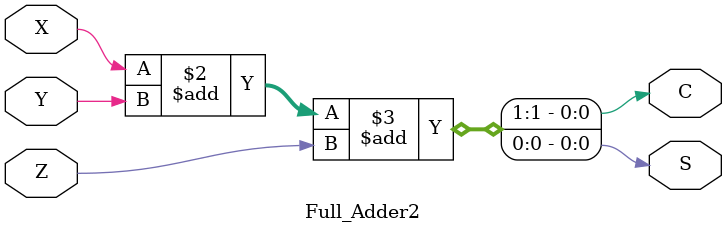
<source format=v>
module Full_Adder1(
    input X,
    input Y,
    input Z,

    output reg S,
    output reg C
);

  reg L, P, Q;

  always @(*)
    begin
      L = X ^ Y;
      P = L & Z;
      Q = X & Y;
      S = L ^ Z;
      C = P | Q;
    end

endmodule


module Full_Adder2(
    input X,
    input Y,
    input Z,

    output reg S,
    output reg C
);

  always @(*)
    begin
      {C, S} = X + Y + Z;
    end


endmodule
</source>
